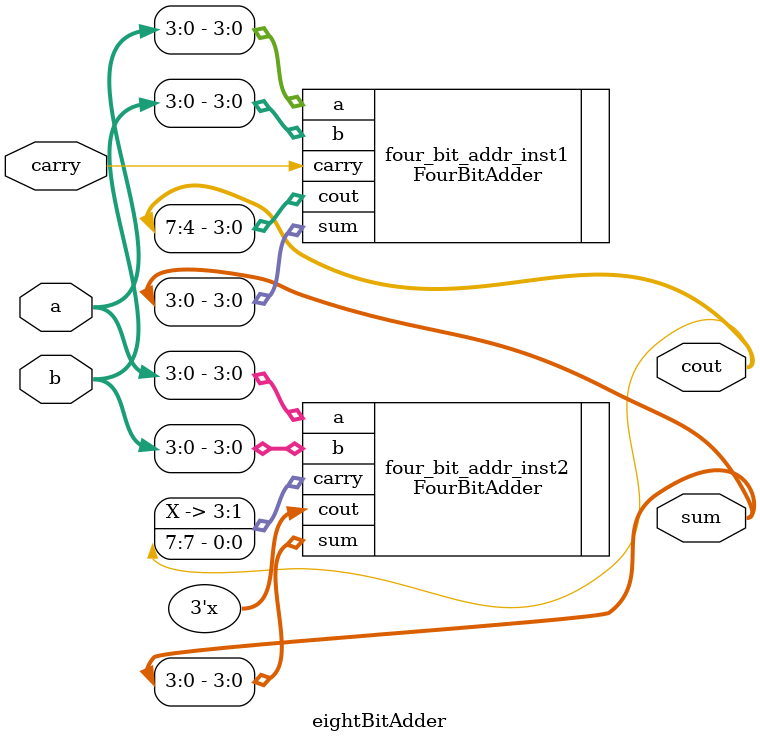
<source format=sv>
`timescale 1ns / 1ps


module eightBitAdder(
 input [7:0] a,
     input [7:0] b,
     output [7:0] sum,
     input carry,
     output  [7:0]cout 
     );
    
    logic cout1 , cout2 ,cout3 , cout4,cout5,cout6,cout7;
    
    FourBitAdder four_bit_addr_inst1(
        .a(a[3:0]),
        .b(b[3:0]),
        .sum(sum[3:0]),
        .carry(carry),
        .cout(cout[7:4])
        );
        
         FourBitAdder four_bit_addr_inst2(
        .a(a[3:0]),
        .b(b[3:0]),
        .sum(sum[3:0]),
        .carry(cout[7:10]),
        .cout(cout[8:10])
        ); 
     
     
     
     
   
    

endmodule

</source>
